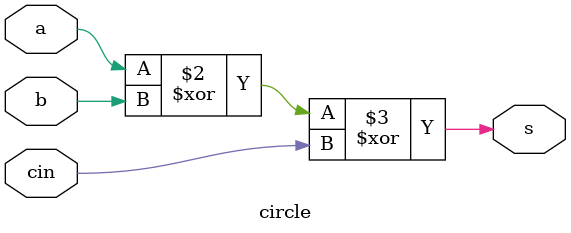
<source format=v>
module bittb
(

);
wire [15:0] Sum ;
reg [15:0] A ;
wire Cout ;
reg [15:0] B ;
reg Cin ;

initial begin
    $dumpfile("dumpfile1.vcd");
    $dumpvars(0, A[15:0], B[15:0], Cin, Sum[15:0], Cout);
    A = 0;
    B = 0;
    Cin = 0;
  end

  integer i;
  always begin
    for (i = 0; i < 20; i = i + 1) begin
      #10
      A = $random;
      B = $random;
      Cin = $random % 2;
    end
    #10
    $finish;
  end
// noconn A[15:0]
// noconn B[15:0]
// noconn Cin
// noconn Sum[15:0]
// noconn Cout
test
x1 ( 
 .a( A ),
 .S( Sum ),
 .b( B ),
 .cout( Cout ),
 .sel( Cin )
);

endmodule

// expanding   symbol:  test.sym # of pins=5
// sym_path: /home/ee22b074/ee5311/tutorial_7/brent/test.sym
// sch_path: /home/ee22b074/ee5311/tutorial_7/brent/test.sch
module test
(
  input wire [15:0] a,
  output wire [15:0] S,
  input wire [15:0] b,
  output wire cout,
  input wire sel
);
wire [15:0] b_res;
    wire cin = sel;

    assign b_res = b ^ {16{sel}}; // If sel=1, take 2's complement of b

    // Propagate and Generate signals
    wire [15:0] p, g;
    assign p = a ^ b_res;
    assign g = a & b_res;

    // Group generate signals for each level
    wire [3:0] lvl1_G;
    wire [1:0] lvl2_G;
    wire [0:0] lvl3_G;
    wire [7:0] lvl4_G;

    // Level 1 (per 2 bits)
    assign lvl1_G[0] = g[0] | (p[0] & cin);
    assign lvl1_G[1] = g[1] | (p[1] & lvl1_G[0]);
    assign lvl1_G[2] = g[2] | (p[2] & lvl1_G[1]);
    assign lvl1_G[3] = g[3] | (p[3] & lvl1_G[2]);

    // Level 2 (per 4 bits)
    assign lvl2_G[0] = g[4] | (p[4] & lvl1_G[3]);
    assign lvl2_G[1] = g[5] | (p[5] & lvl2_G[0]);

    // Level 3 (per 8 bits)
    assign lvl3_G[0] = g[6] | (p[6] & lvl2_G[1]);

    // Level 4 (complete 16 bits)
    assign lvl4_G[0] = g[7]  | (p[7]  & lvl3_G[0]);
    assign lvl4_G[1] = g[8]  | (p[8]  & lvl4_G[0]);
    assign lvl4_G[2] = g[9]  | (p[9]  & lvl4_G[1]);
    assign lvl4_G[3] = g[10] | (p[10] & lvl4_G[2]);
    assign lvl4_G[4] = g[11] | (p[11] & lvl4_G[3]);
    assign lvl4_G[5] = g[12] | (p[12] & lvl4_G[4]);
    assign lvl4_G[6] = g[13] | (p[13] & lvl4_G[5]);
    assign lvl4_G[7] = g[14] | (p[14] & lvl4_G[6]);

    // Final sum bits using 'circle' (1-bit adder)
    circle circle_0  (a[0],  b_res[0],  cin,         S[0]);
    circle circle_1  (a[1],  b_res[1],  lvl1_G[0],   S[1]);
    circle circle_2  (a[2],  b_res[2],  lvl1_G[1],   S[2]);
    circle circle_3  (a[3],  b_res[3],  lvl1_G[2],   S[3]);
    circle circle_4  (a[4],  b_res[4],  lvl1_G[3],   S[4]);
    circle circle_5  (a[5],  b_res[5],  lvl2_G[0],   S[5]);
    circle circle_6  (a[6],  b_res[6],  lvl2_G[1],   S[6]);
    circle circle_7  (a[7],  b_res[7],  lvl3_G[0],   S[7]);
    circle circle_8  (a[8],  b_res[8],  lvl4_G[0],   S[8]);
    circle circle_9  (a[9],  b_res[9],  lvl4_G[1],   S[9]);
    circle circle_10 (a[10], b_res[10], lvl4_G[2],   S[10]);
    circle circle_11 (a[11], b_res[11], lvl4_G[3],   S[11]);
    circle circle_12 (a[12], b_res[12], lvl4_G[4],   S[12]);
    circle circle_13 (a[13], b_res[13], lvl4_G[5],   S[13]);
    circle circle_14 (a[14], b_res[14], lvl4_G[6],   S[14]);
    circle circle_15 (a[15], b_res[15], lvl4_G[7],   S[15]);

    assign cout = g[15] | (p[15] & lvl4_G[7]);

endmodule

// noconn a[15:0]
// noconn b[15:0]
// noconn sel
// noconn S[15:0]
// noconn cout
module circle(input a, input b, input cin, output s);
    assign s = a ^ b ^ cin;

endmodule

</source>
